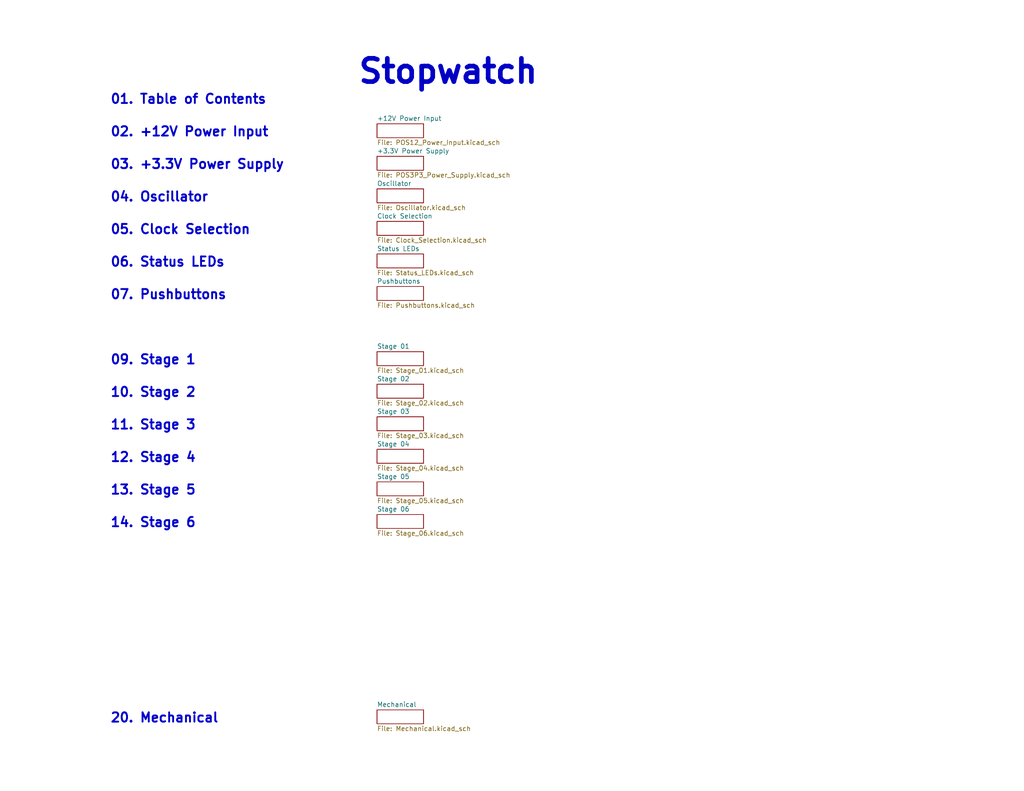
<source format=kicad_sch>
(kicad_sch (version 20230121) (generator eeschema)
  (paper "A")
  (title_block (title "Stopwatch") (date "2024-01-02") (rev "A") (company "Drew Maatman"))
  (lib_symbols)
  (text "14. Stage 6" (at 29.972 144.272 0) (effects (font (size 2.54 2.54) (thickness 0.508) bold) (justify left bottom)))
  (text "11. Stage 3" (at 29.972 117.602 0) (effects (font (size 2.54 2.54) (thickness 0.508) bold) (justify left bottom)))
  (text "06. Status LEDs" (at 29.972 73.152 0) (effects (font (size 2.54 2.54) (thickness 0.508) bold) (justify left bottom)))
  (text "20. Mechanical" (at 29.972 197.612 0) (effects (font (size 2.54 2.54) (thickness 0.508) bold) (justify left bottom)))
  (text "12. Stage 4" (at 29.972 126.492 0) (effects (font (size 2.54 2.54) (thickness 0.508) bold) (justify left bottom)))
  (text "Stopwatch" (at 97.282 23.368 0) (effects (font (size 6.35 6.35) (thickness 1.27) bold) (justify left bottom)))
  (text "03. +3.3V Power Supply" (at 29.972 46.482 0) (effects (font (size 2.54 2.54) (thickness 0.508) bold) (justify left bottom)))
  (text "01. Table of Contents" (at 29.972 28.702 0) (effects (font (size 2.54 2.54) (thickness 0.508) bold) (justify left bottom)))
  (text "05. Clock Selection" (at 29.972 64.262 0) (effects (font (size 2.54 2.54) (thickness 0.508) bold) (justify left bottom)))
  (text "10. Stage 2" (at 29.972 108.712 0) (effects (font (size 2.54 2.54) (thickness 0.508) bold) (justify left bottom)))
  (text "07. Pushbuttons" (at 29.972 82.042 0) (effects (font (size 2.54 2.54) (thickness 0.508) bold) (justify left bottom)))
  (text "02. +12V Power Input" (at 29.972 37.592 0) (effects (font (size 2.54 2.54) (thickness 0.508) bold) (justify left bottom)))
  (text "09. Stage 1" (at 29.972 99.822 0) (effects (font (size 2.54 2.54) (thickness 0.508) bold) (justify left bottom)))
  (text "13. Stage 5" (at 29.972 135.382 0) (effects (font (size 2.54 2.54) (thickness 0.508) bold) (justify left bottom)))
  (text "04. Oscillator" (at 29.972 55.372 0) (effects (font (size 2.54 2.54) (thickness 0.508) bold) (justify left bottom)))
  (sheet (at 102.87 96.012) (size 12.7 3.81)
    (property "Sheetname" "Stage 01" (at 102.87 95.3004 0) (effects (justify left bottom)))
    (property "Sheetfile" "Stage_01.kicad_sch" (at 102.87 100.4066 0) (effects (justify left top)))
  )
  (sheet (at 102.87 104.902) (size 12.7 3.81)
    (property "Sheetname" "Stage 02" (at 102.87 104.1904 0) (effects (justify left bottom)))
    (property "Sheetfile" "Stage_02.kicad_sch" (at 102.87 109.2966 0) (effects (justify left top)))
  )
  (sheet (at 102.87 113.792) (size 12.7 3.81)
    (property "Sheetname" "Stage 03" (at 102.87 113.0804 0) (effects (justify left bottom)))
    (property "Sheetfile" "Stage_03.kicad_sch" (at 102.87 118.1866 0) (effects (justify left top)))
  )
  (sheet (at 102.87 122.682) (size 12.7 3.81)
    (property "Sheetname" "Stage 04" (at 102.87 121.9704 0) (effects (justify left bottom)))
    (property "Sheetfile" "Stage_04.kicad_sch" (at 102.87 127.0766 0) (effects (justify left top)))
  )
  (sheet (at 102.87 131.572) (size 12.7 3.81)
    (property "Sheetname" "Stage 05" (at 102.87 130.8604 0) (effects (justify left bottom)))
    (property "Sheetfile" "Stage_05.kicad_sch" (at 102.87 135.9666 0) (effects (justify left top)))
  )
  (sheet (at 102.87 140.462) (size 12.7 3.81)
    (property "Sheetname" "Stage 06" (at 102.87 139.7504 0) (effects (justify left bottom)))
    (property "Sheetfile" "Stage_06.kicad_sch" (at 102.87 144.8566 0) (effects (justify left top)))
  )
  (sheet (at 102.87 60.452) (size 12.7 3.81)
    (property "Sheetname" "Clock Selection" (at 102.87 59.7404 0) (effects (justify left bottom)))
    (property "Sheetfile" "Clock_Selection.kicad_sch" (at 102.87 64.8466 0) (effects (justify left top)))
  )
  (sheet (at 102.87 69.342) (size 12.7 3.81)
    (property "Sheetname" "Status LEDs" (at 102.87 68.6304 0) (effects (justify left bottom)))
    (property "Sheetfile" "Status_LEDs.kicad_sch" (at 102.87 73.7366 0) (effects (justify left top)))
  )
  (sheet (at 102.87 78.232) (size 12.7 3.81)
    (property "Sheetname" "Pushbuttons" (at 102.87 77.5204 0) (effects (justify left bottom)))
    (property "Sheetfile" "Pushbuttons.kicad_sch" (at 102.87 82.6266 0) (effects (justify left top)))
  )
  (sheet (at 102.87 42.672) (size 12.7 3.81)
    (property "Sheetname" "+3.3V Power Supply" (at 102.87 41.9604 0) (effects (justify left bottom)))
    (property "Sheetfile" "POS3P3_Power_Supply.kicad_sch" (at 102.87 47.0666 0) (effects (justify left top)))
  )
  (sheet (at 102.87 33.782) (size 12.7 3.81)
    (property "Sheetname" "+12V Power Input" (at 102.87 33.0704 0) (effects (justify left bottom)))
    (property "Sheetfile" "POS12_Power_Input.kicad_sch" (at 102.87 38.1766 0) (effects (justify left top)))
  )
  (sheet (at 102.87 193.802) (size 12.7 3.81)
    (property "Sheetname" "Mechanical" (at 102.87 193.0904 0) (effects (justify left bottom)))
    (property "Sheetfile" "Mechanical.kicad_sch" (at 102.87 198.1966 0) (effects (justify left top)))
  )
  (sheet (at 102.87 51.562) (size 12.7 3.81)
    (property "Sheetname" "Oscillator" (at 102.87 50.8504 0) (effects (justify left bottom)))
    (property "Sheetfile" "Oscillator.kicad_sch" (at 102.87 55.9566 0) (effects (justify left top)))
  )
)
</source>
